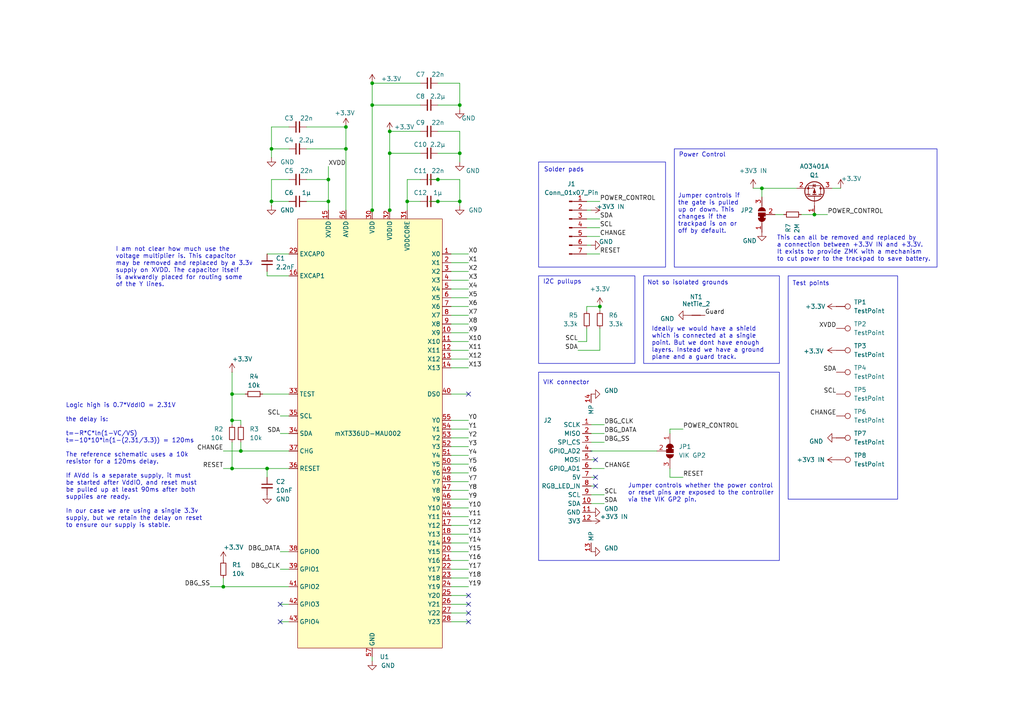
<source format=kicad_sch>
(kicad_sch (version 20231120) (generator "eeschema") (generator_version "8.0")
  (paper "A4")
  (title_block (title "Procyon") (date "2024-10-12") (rev "1") (company "George Norton"))
  (lib_symbols
    (symbol "Connector:Conn_01x07_Pin" (pin_names (offset 1.016) hide)
      (property "Reference" "J" (at 0 10.16 0))
      (property "Value" "Conn_01x07_Pin" (at 0 -10.16 0))
      (symbol "Conn_01x07_Pin_1_1"
        (polyline (pts (xy 1.27 -7.62) (xy 0.8636 -7.62)) (stroke (width 0.1524)))
        (polyline (pts (xy 1.27 -5.08) (xy 0.8636 -5.08)) (stroke (width 0.1524)))
        (polyline (pts (xy 1.27 -2.54) (xy 0.8636 -2.54)) (stroke (width 0.1524)))
        (polyline (pts (xy 1.27 0) (xy 0.8636 0)) (stroke (width 0.1524)))
        (polyline (pts (xy 1.27 2.54) (xy 0.8636 2.54)) (stroke (width 0.1524)))
        (polyline (pts (xy 1.27 5.08) (xy 0.8636 5.08)) (stroke (width 0.1524)))
        (polyline (pts (xy 1.27 7.62) (xy 0.8636 7.62)) (stroke (width 0.1524)))
        (rectangle (start 0.8636 -7.493) (end 0 -7.747) (stroke (width 0.1524)) (fill (type outline)))
        (rectangle (start 0.8636 -4.953) (end 0 -5.207) (stroke (width 0.1524)) (fill (type outline)))
        (rectangle (start 0.8636 -2.413) (end 0 -2.667) (stroke (width 0.1524)) (fill (type outline)))
        (rectangle (start 0.8636 0.127) (end 0 -0.127) (stroke (width 0.1524)) (fill (type outline)))
        (rectangle (start 0.8636 2.667) (end 0 2.413) (stroke (width 0.1524)) (fill (type outline)))
        (rectangle (start 0.8636 5.207) (end 0 4.953) (stroke (width 0.1524)) (fill (type outline)))
        (rectangle (start 0.8636 7.747) (end 0 7.493) (stroke (width 0.1524)) (fill (type outline)))
        (pin passive line (at 5.08 7.62 180) (length 3.81) (name "Pin_1") (number "1"))
        (pin passive line (at 5.08 5.08 180) (length 3.81) (name "Pin_2") (number "2"))
        (pin passive line (at 5.08 2.54 180) (length 3.81) (name "Pin_3") (number "3"))
        (pin passive line (at 5.08 0 180) (length 3.81) (name "Pin_4") (number "4"))
        (pin passive line (at 5.08 -2.54 180) (length 3.81) (name "Pin_5") (number "5"))
        (pin passive line (at 5.08 -5.08 180) (length 3.81) (name "Pin_6") (number "6"))
        (pin passive line (at 5.08 -7.62 180) (length 3.81) (name "Pin_7") (number "7"))
      )
    )
    (symbol "Connector:TestPoint" (pin_numbers hide) (pin_names (offset 0.762) hide)
      (property "Reference" "TP" (at 0 6.858 0))
      (property "Value" "TestPoint" (at 0 5.08 0))
      (symbol "TestPoint_0_1"
        (circle (center 0 3.302) (radius 0.762))
      )
      (symbol "TestPoint_1_1"
        (pin passive line (at 0 0 90) (length 2.54) (name "1") (number "1"))
      )
    )
    (symbol "Device:C_Small" (pin_numbers hide) (pin_names (offset 0.254) hide)
      (property "Reference" "C" (at 0.254 1.778 0))
      (property "Value" "C_Small" (at 0.254 -2.032 0))
      (symbol "C_Small_0_1"
        (polyline (pts (xy -1.524 -0.508) (xy 1.524 -0.508)) (stroke (width 0.3302)))
        (polyline (pts (xy -1.524 0.508) (xy 1.524 0.508)) (stroke (width 0.3048)))
      )
      (symbol "C_Small_1_1"
        (pin passive line (at 0 2.54 270) (length 2.032) (name "~") (number "1"))
        (pin passive line (at 0 -2.54 90) (length 2.032) (name "~") (number "2"))
      )
    )
    (symbol "Device:NetTie_2" (pin_numbers hide) (pin_names (offset 0) hide) (in_bom no)
      (property "Reference" "NT" (at 0 1.27 0))
      (property "Value" "NetTie_2" (at 0 -1.27 0))
      (symbol "NetTie_2_0_1"
        (polyline (pts (xy -1.27 0) (xy 1.27 0)) (stroke (width 0.254)))
      )
      (symbol "NetTie_2_1_1"
        (pin passive line (at -2.54 0 0) (length 2.54) (name "1") (number "1"))
        (pin passive line (at 2.54 0 180) (length 2.54) (name "2") (number "2"))
      )
    )
    (symbol "Device:R_Small" (pin_numbers hide) (pin_names (offset 0.254) hide)
      (property "Reference" "R" (at 0.762 0.508 0))
      (property "Value" "R_Small" (at 0.762 -1.016 0))
      (symbol "R_Small_0_1"
        (rectangle (start -0.762 1.778) (end 0.762 -1.778) (stroke (width 0.2032)))
      )
      (symbol "R_Small_1_1"
        (pin passive line (at 0 2.54 270) (length 0.762) (name "~") (number "1"))
        (pin passive line (at 0 -2.54 90) (length 0.762) (name "~") (number "2"))
      )
    )
    (symbol "Jumper:SolderJumper_3_Bridged12" (pin_names (offset 0) hide) (exclude_from_sim yes) (in_bom no)
      (property "Reference" "JP" (at -2.54 -2.54 0))
      (property "Value" "SolderJumper_3_Bridged12" (at 0 2.794 0))
      (symbol "SolderJumper_3_Bridged12_0_1"
        (rectangle (start -1.016 0.508) (end -0.508 -0.508) (fill (type outline)))
        (arc (start -1.016 1.016) (mid -2.0276 0) (end -1.016 -1.016))
        (arc (start -1.016 1.016) (mid -2.0276 0) (end -1.016 -1.016) (fill (type outline)))
        (rectangle (start -0.508 1.016) (end 0.508 -1.016) (fill (type outline)))
        (polyline (pts (xy -2.54 0) (xy -2.032 0)))
        (polyline (pts (xy -1.016 1.016) (xy -1.016 -1.016)))
        (polyline (pts (xy 0 -1.27) (xy 0 -1.016)))
        (polyline (pts (xy 1.016 1.016) (xy 1.016 -1.016)))
        (polyline (pts (xy 2.54 0) (xy 2.032 0)))
        (arc (start 1.016 -1.016) (mid 2.0276 0) (end 1.016 1.016))
        (arc (start 1.016 -1.016) (mid 2.0276 0) (end 1.016 1.016) (fill (type outline)))
      )
      (symbol "SolderJumper_3_Bridged12_1_1"
        (pin passive line (at -5.08 0 0) (length 2.54) (name "A") (number "1"))
        (pin passive line (at 0 -3.81 90) (length 2.54) (name "C") (number "2"))
        (pin passive line (at 5.08 0 180) (length 2.54) (name "B") (number "3"))
      )
    )
    (symbol "MaxTouch:mXT336UD-MAU002"
      (property "Reference" "U1" (at 2.1941 -64.77 0))
      (property "Value" "mXT336UD-MAU002" (at -1.27 0 0))
      (symbol "mXT336UD-MAU002_1_1"
        (rectangle (start -21.59 62.23) (end 20.32 -62.23) (fill (type background)))
        (pin passive line (at 22.86 52.07 180) (length 2.54) (name "X0") (number "1"))
        (pin passive line (at 22.86 29.21 180) (length 2.54) (name "X9") (number "10"))
        (pin passive line (at 22.86 26.67 180) (length 2.54) (name "X10") (number "11"))
        (pin passive line (at 22.86 24.13 180) (length 2.54) (name "X11") (number "12"))
        (pin passive line (at 22.86 21.59 180) (length 2.54) (name "X12") (number "13"))
        (pin passive line (at 22.86 19.05 180) (length 2.54) (name "X13") (number "14"))
        (pin power_in line (at -12.7 64.77 270) (length 2.54) (name "XVDD") (number "15"))
        (pin power_in line (at -24.13 45.72 0) (length 2.54) (name "EXCAP1") (number "16"))
        (pin passive line (at 22.86 -26.67 180) (length 2.54) (name "Y12") (number "17"))
        (pin passive line (at 22.86 -29.21 180) (length 2.54) (name "Y13") (number "18"))
        (pin passive line (at 22.86 -31.75 180) (length 2.54) (name "Y14") (number "19"))
        (pin passive line (at 22.86 49.53 180) (length 2.54) (name "X1") (number "2"))
        (pin passive line (at 22.86 -34.29 180) (length 2.54) (name "Y15") (number "20"))
        (pin passive line (at 22.86 -36.83 180) (length 2.54) (name "Y16") (number "21"))
        (pin passive line (at 22.86 -39.37 180) (length 2.54) (name "Y17") (number "22"))
        (pin passive line (at 22.86 -41.91 180) (length 2.54) (name "Y18") (number "23"))
        (pin passive line (at 22.86 -44.45 180) (length 2.54) (name "Y19") (number "24"))
        (pin passive line (at 22.86 -46.99 180) (length 2.54) (name "Y20") (number "25"))
        (pin passive line (at 22.86 -49.53 180) (length 2.54) (name "Y21") (number "26"))
        (pin passive line (at 22.86 -52.07 180) (length 2.54) (name "Y22") (number "27"))
        (pin passive line (at 22.86 -54.61 180) (length 2.54) (name "Y23") (number "28"))
        (pin power_in line (at -24.13 52.07 0) (length 2.54) (name "EXCAP0") (number "29"))
        (pin passive line (at 22.86 46.99 180) (length 2.54) (name "X2") (number "3"))
        (pin power_in line (at 0 64.77 270) (length 2.54) (name "VDD") (number "30"))
        (pin power_in line (at 10.16 64.77 270) (length 2.54) (name "VDDCORE") (number "31"))
        (pin power_in line (at 5.08 64.77 270) (length 2.54) (name "VDDIO") (number "32"))
        (pin unspecified line (at -24.13 11.43 0) (length 2.54) (name "TEST") (number "33"))
        (pin bidirectional line (at -24.13 0 0) (length 2.54) (name "SDA") (number "34"))
        (pin input line (at -24.13 5.08 0) (length 2.54) (name "SCL") (number "35"))
        (pin input line (at -24.13 -10.16 0) (length 2.54) (name "RESET") (number "36"))
        (pin output line (at -24.13 -5.08 0) (length 2.54) (name "CHG") (number "37"))
        (pin bidirectional line (at -24.13 -34.29 0) (length 2.54) (name "GPIO0") (number "38"))
        (pin bidirectional line (at -24.13 -39.37 0) (length 2.54) (name "GPIO1") (number "39"))
        (pin passive line (at 22.86 44.45 180) (length 2.54) (name "X3") (number "4"))
        (pin output line (at 22.86 11.43 180) (length 2.54) (name "DS0") (number "40"))
        (pin bidirectional line (at -24.13 -44.45 0) (length 2.54) (name "GPIO2") (number "41"))
        (pin bidirectional line (at -24.13 -49.53 0) (length 2.54) (name "GPIO3") (number "42"))
        (pin bidirectional line (at -24.13 -54.61 0) (length 2.54) (name "GPIO4") (number "43"))
        (pin passive line (at 22.86 -24.13 180) (length 2.54) (name "Y11") (number "44"))
        (pin passive line (at 22.86 -21.59 180) (length 2.54) (name "Y10") (number "45"))
        (pin passive line (at 22.86 -19.05 180) (length 2.54) (name "Y9") (number "46"))
        (pin passive line (at 22.86 -16.51 180) (length 2.54) (name "Y8") (number "47"))
        (pin passive line (at 22.86 -13.97 180) (length 2.54) (name "Y7") (number "48"))
        (pin passive line (at 22.86 -11.43 180) (length 2.54) (name "Y6") (number "49"))
        (pin passive line (at 22.86 41.91 180) (length 2.54) (name "X4") (number "5"))
        (pin passive line (at 22.86 -8.89 180) (length 2.54) (name "Y5") (number "50"))
        (pin passive line (at 22.86 -6.35 180) (length 2.54) (name "Y4") (number "51"))
        (pin passive line (at 22.86 -3.81 180) (length 2.54) (name "Y3") (number "52"))
        (pin passive line (at 22.86 -1.27 180) (length 2.54) (name "Y2") (number "53"))
        (pin passive line (at 22.86 1.27 180) (length 2.54) (name "Y1") (number "54"))
        (pin passive line (at 22.86 3.81 180) (length 2.54) (name "Y0") (number "55"))
        (pin power_in line (at -7.62 64.77 270) (length 2.54) (name "AVDD") (number "56"))
        (pin power_in line (at 0 -64.77 90) (length 2.54) (name "GND") (number "57"))
        (pin passive line (at 22.86 39.37 180) (length 2.54) (name "X5") (number "6"))
        (pin passive line (at 22.86 36.83 180) (length 2.54) (name "X6") (number "7"))
        (pin passive line (at 22.86 34.29 180) (length 2.54) (name "X7") (number "8"))
        (pin passive line (at 22.86 31.75 180) (length 2.54) (name "X8") (number "9"))
      )
    )
    (symbol "MaxTouch:vik-module-connector"
      (property "Reference" "J2" (at 11.43 15.24 0))
      (property "Value" "~" (at 0 6.35 0))
      (symbol "vik-module-connector_1_1"
        (pin input line (at 0 13.97 0) (length 2.54) (name "SCLK") (number "1"))
        (pin input line (at 0 -8.89 0) (length 2.54) (name "SDA") (number "10"))
        (pin power_in line (at 0 -11.43 0) (length 2.54) (name "GND") (number "11"))
        (pin power_in line (at 0 -13.97 0) (length 2.54) (name "3V3") (number "12"))
        (pin free line (at 0 -22.86 90) (length 2.54) (name "MP") (number "13"))
        (pin free line (at 0 22.86 270) (length 2.54) (name "MP") (number "14"))
        (pin input line (at 0 11.43 0) (length 2.54) (name "MISO") (number "2"))
        (pin input line (at 0 8.89 0) (length 2.54) (name "SPI_CS") (number "3"))
        (pin input line (at 0 6.35 0) (length 2.54) (name "GPIO_AD2") (number "4"))
        (pin input line (at 0 3.81 0) (length 2.54) (name "MOSI") (number "5"))
        (pin input line (at 0 1.27 0) (length 2.54) (name "GPIO_AD1") (number "6"))
        (pin power_in line (at 0 -1.27 0) (length 2.54) (name "5V") (number "7"))
        (pin input line (at 0 -3.81 0) (length 2.54) (name "RGB_LED_IN") (number "8"))
        (pin input line (at 0 -6.35 0) (length 2.54) (name "SCL") (number "9"))
      )
    )
    (symbol "Transistor_FET:AO3401A" (pin_names hide)
      (property "Reference" "Q" (at 5.08 1.905 0))
      (property "Value" "AO3401A" (at 5.08 0 0))
      (symbol "AO3401A_0_1"
        (polyline (pts (xy 0.254 0) (xy -2.54 0)))
        (polyline (pts (xy 0.254 1.905) (xy 0.254 -1.905)) (stroke (width 0.254)))
        (polyline (pts (xy 0.762 -1.27) (xy 0.762 -2.286)) (stroke (width 0.254)))
        (polyline (pts (xy 0.762 0.508) (xy 0.762 -0.508)) (stroke (width 0.254)))
        (polyline (pts (xy 0.762 2.286) (xy 0.762 1.27)) (stroke (width 0.254)))
        (polyline (pts (xy 2.54 2.54) (xy 2.54 1.778)))
        (polyline (pts (xy 2.54 -2.54) (xy 2.54 0) (xy 0.762 0)))
        (polyline (pts (xy 0.762 1.778) (xy 3.302 1.778) (xy 3.302 -1.778) (xy 0.762 -1.778)))
        (polyline (pts (xy 2.286 0) (xy 1.27 0.381) (xy 1.27 -0.381) (xy 2.286 0)) (fill (type outline)))
        (polyline (pts (xy 2.794 -0.508) (xy 2.921 -0.381) (xy 3.683 -0.381) (xy 3.81 -0.254)))
        (polyline (pts (xy 3.302 -0.381) (xy 2.921 0.254) (xy 3.683 0.254) (xy 3.302 -0.381)))
        (circle (center 1.651 0) (radius 2.794) (stroke (width 0.254)))
        (circle (center 2.54 -1.778) (radius 0.254) (fill (type outline)))
        (circle (center 2.54 1.778) (radius 0.254) (fill (type outline)))
      )
      (symbol "AO3401A_1_1"
        (pin input line (at -5.08 0 0) (length 2.54) (name "G") (number "1"))
        (pin passive line (at 2.54 -5.08 90) (length 2.54) (name "S") (number "2"))
        (pin passive line (at 2.54 5.08 270) (length 2.54) (name "D") (number "3"))
      )
    )
    (symbol "power:+3V3" (power) (pin_numbers hide) (pin_names (offset 0) hide)
      (property "Value" "+3V3" (at 0 3.556 0))
      (symbol "+3V3_0_1"
        (polyline (pts (xy -0.762 1.27) (xy 0 2.54)))
        (polyline (pts (xy 0 0) (xy 0 2.54)))
        (polyline (pts (xy 0 2.54) (xy 0.762 1.27)))
      )
      (symbol "+3V3_1_1"
        (pin power_in line (at 0 0 90) (length 0) (name "~") (number "1"))
      )
    )
    (symbol "power:GND2" (power) (pin_numbers hide) (pin_names (offset 0) hide)
      (property "Value" "GND2" (at 0 -3.81 0))
      (symbol "GND2_0_1"
        (polyline (pts (xy 0 0) (xy 0 -1.27) (xy 1.27 -1.27) (xy 0 -2.54) (xy -1.27 -1.27) (xy 0 -1.27)))
      )
      (symbol "GND2_1_1"
        (pin power_in line (at 0 0 270) (length 0) (name "~") (number "1"))
      )
    )
  )
  (junction (at 236.22 62.23))
  (junction (at 133.35 44.45))
  (junction (at 67.31 121.92))
  (junction (at 67.31 114.3))
  (junction (at 78.74 58.42))
  (junction (at 67.31 135.89))
  (junction (at 113.03 60.96))
  (junction (at 127 52.07))
  (junction (at 95.25 58.42))
  (junction (at 107.95 24.13))
  (junction (at 113.03 44.45))
  (junction (at 100.33 36.83))
  (junction (at 77.47 135.89))
  (junction (at 173.99 88.9))
  (junction (at 100.33 43.18))
  (junction (at 113.03 38.1))
  (junction (at 69.85 130.81))
  (junction (at 95.25 52.07))
  (junction (at 127 58.42))
  (junction (at 107.95 30.48))
  (junction (at 220.98 54.61))
  (junction (at 133.35 30.48))
  (junction (at 133.35 58.42))
  (junction (at 78.74 43.18))
  (junction (at 107.95 60.96))
  (junction (at 64.77 170.18))
  (junction (at 118.11 58.42))
  (no_connect (at 135.89 114.3))
  (no_connect (at 172.72 138.43))
  (no_connect (at 135.89 177.8))
  (no_connect (at 81.28 180.34))
  (no_connect (at 172.72 133.35))
  (no_connect (at 172.72 140.97))
  (no_connect (at 135.89 175.26))
  (no_connect (at 135.89 172.72))
  (no_connect (at 81.28 175.26))
  (no_connect (at 135.89 180.34))
  (wire (pts (xy 130.81 177.8) (xy 135.89 177.8)))
  (wire (pts (xy 107.95 62.23) (xy 107.95 60.96)))
  (wire (pts (xy 130.81 132.08) (xy 135.89 132.08)))
  (wire (pts (xy 130.81 144.78) (xy 135.89 144.78)))
  (wire (pts (xy 173.99 58.42) (xy 170.18 58.42)))
  (wire (pts (xy 100.33 36.83) (xy 88.9 36.83)))
  (wire (pts (xy 95.25 52.07) (xy 88.9 52.07)))
  (wire (pts (xy 76.2 114.3) (xy 83.82 114.3)))
  (wire (pts (xy 130.81 101.6) (xy 135.89 101.6)))
  (wire (pts (xy 130.81 83.82) (xy 135.89 83.82)))
  (wire (pts (xy 127 44.45) (xy 133.35 44.45)))
  (wire (pts (xy 130.81 91.44) (xy 135.89 91.44)))
  (wire (pts (xy 130.81 147.32) (xy 135.89 147.32)))
  (wire (pts (xy 175.26 123.19) (xy 171.45 123.19)))
  (wire (pts (xy 127 58.42) (xy 133.35 58.42)))
  (wire (pts (xy 130.81 167.64) (xy 135.89 167.64)))
  (wire (pts (xy 81.28 160.02) (xy 83.82 160.02)))
  (wire (pts (xy 171.45 143.51) (xy 175.26 143.51)))
  (wire (pts (xy 130.81 139.7) (xy 135.89 139.7)))
  (wire (pts (xy 69.85 123.19) (xy 69.85 121.92)))
  (wire (pts (xy 133.35 30.48) (xy 133.35 31.75)))
  (wire (pts (xy 170.18 90.17) (xy 170.18 88.9)))
  (wire (pts (xy 83.82 52.07) (xy 78.74 52.07)))
  (wire (pts (xy 67.31 121.92) (xy 67.31 123.19)))
  (wire (pts (xy 67.31 114.3) (xy 71.12 114.3)))
  (wire (pts (xy 236.22 62.23) (xy 240.03 62.23)))
  (wire (pts (xy 95.25 60.96) (xy 95.25 58.42)))
  (wire (pts (xy 198.12 138.43) (xy 194.31 138.43)))
  (wire (pts (xy 107.95 30.48) (xy 121.92 30.48)))
  (wire (pts (xy 133.35 24.13) (xy 133.35 30.48)))
  (wire (pts (xy 173.99 88.9) (xy 173.99 90.17)))
  (wire (pts (xy 95.25 58.42) (xy 95.25 52.07)))
  (wire (pts (xy 100.33 43.18) (xy 100.33 60.96)))
  (wire (pts (xy 130.81 157.48) (xy 135.89 157.48)))
  (wire (pts (xy 194.31 124.46) (xy 194.31 125.73)))
  (wire (pts (xy 107.95 30.48) (xy 107.95 24.13)))
  (wire (pts (xy 113.03 62.23) (xy 113.03 60.96)))
  (wire (pts (xy 232.41 62.23) (xy 236.22 62.23)))
  (wire (pts (xy 69.85 130.81) (xy 69.85 128.27)))
  (wire (pts (xy 78.74 36.83) (xy 78.74 43.18)))
  (wire (pts (xy 133.35 58.42) (xy 133.35 59.69)))
  (wire (pts (xy 113.03 38.1) (xy 121.92 38.1)))
  (wire (pts (xy 113.03 44.45) (xy 121.92 44.45)))
  (wire (pts (xy 130.81 124.46) (xy 135.89 124.46)))
  (wire (pts (xy 127 52.07) (xy 133.35 52.07)))
  (wire (pts (xy 133.35 44.45) (xy 133.35 46.99)))
  (wire (pts (xy 118.11 52.07) (xy 121.92 52.07)))
  (wire (pts (xy 107.95 191.77) (xy 107.95 190.5)))
  (wire (pts (xy 130.81 78.74) (xy 135.89 78.74)))
  (wire (pts (xy 130.81 172.72) (xy 135.89 172.72)))
  (wire (pts (xy 170.18 68.58) (xy 173.99 68.58)))
  (wire (pts (xy 67.31 114.3) (xy 67.31 121.92)))
  (wire (pts (xy 78.74 58.42) (xy 83.82 58.42)))
  (wire (pts (xy 130.81 127) (xy 135.89 127)))
  (wire (pts (xy 64.77 130.81) (xy 69.85 130.81)))
  (wire (pts (xy 171.45 125.73) (xy 175.26 125.73)))
  (wire (pts (xy 127 30.48) (xy 133.35 30.48)))
  (wire (pts (xy 173.99 101.6) (xy 173.99 95.25)))
  (wire (pts (xy 77.47 80.01) (xy 77.47 78.74)))
  (wire (pts (xy 130.81 162.56) (xy 135.89 162.56)))
  (wire (pts (xy 130.81 73.66) (xy 135.89 73.66)))
  (wire (pts (xy 130.81 142.24) (xy 135.89 142.24)))
  (wire (pts (xy 172.72 133.35) (xy 171.45 133.35)))
  (wire (pts (xy 172.72 140.97) (xy 171.45 140.97)))
  (wire (pts (xy 130.81 160.02) (xy 135.89 160.02)))
  (wire (pts (xy 133.35 52.07) (xy 133.35 58.42)))
  (wire (pts (xy 130.81 134.62) (xy 135.89 134.62)))
  (wire (pts (xy 81.28 175.26) (xy 83.82 175.26)))
  (wire (pts (xy 107.95 24.13) (xy 121.92 24.13)))
  (wire (pts (xy 130.81 152.4) (xy 135.89 152.4)))
  (wire (pts (xy 81.28 180.34) (xy 83.82 180.34)))
  (wire (pts (xy 88.9 58.42) (xy 95.25 58.42)))
  (wire (pts (xy 113.03 44.45) (xy 113.03 38.1)))
  (wire (pts (xy 78.74 52.07) (xy 78.74 58.42)))
  (wire (pts (xy 227.33 62.23) (xy 224.79 62.23)))
  (wire (pts (xy 220.98 57.15) (xy 220.98 54.61)))
  (wire (pts (xy 130.81 93.98) (xy 135.89 93.98)))
  (wire (pts (xy 130.81 137.16) (xy 135.89 137.16)))
  (wire (pts (xy 170.18 99.06) (xy 170.18 95.25)))
  (wire (pts (xy 170.18 63.5) (xy 173.99 63.5)))
  (wire (pts (xy 100.33 36.83) (xy 100.33 43.18)))
  (wire (pts (xy 113.03 44.45) (xy 113.03 60.96)))
  (wire (pts (xy 64.77 135.89) (xy 67.31 135.89)))
  (wire (pts (xy 118.11 60.96) (xy 118.11 58.42)))
  (wire (pts (xy 218.44 54.61) (xy 220.98 54.61)))
  (wire (pts (xy 60.96 170.18) (xy 64.77 170.18)))
  (wire (pts (xy 83.82 125.73) (xy 81.28 125.73)))
  (wire (pts (xy 88.9 43.18) (xy 100.33 43.18)))
  (wire (pts (xy 130.81 180.34) (xy 135.89 180.34)))
  (wire (pts (xy 130.81 154.94) (xy 135.89 154.94)))
  (wire (pts (xy 77.47 135.89) (xy 77.47 138.43)))
  (wire (pts (xy 130.81 170.18) (xy 135.89 170.18)))
  (wire (pts (xy 95.25 48.26) (xy 95.25 52.07)))
  (wire (pts (xy 167.64 101.6) (xy 173.99 101.6)))
  (wire (pts (xy 130.81 149.86) (xy 135.89 149.86)))
  (wire (pts (xy 170.18 88.9) (xy 173.99 88.9)))
  (wire (pts (xy 167.64 99.06) (xy 170.18 99.06)))
  (wire (pts (xy 171.45 146.05) (xy 175.26 146.05)))
  (wire (pts (xy 124.46 52.07) (xy 127 52.07)))
  (wire (pts (xy 67.31 128.27) (xy 67.31 135.89)))
  (wire (pts (xy 130.81 106.68) (xy 135.89 106.68)))
  (wire (pts (xy 77.47 73.66) (xy 83.82 73.66)))
  (wire (pts (xy 78.74 43.18) (xy 78.74 45.72)))
  (wire (pts (xy 130.81 129.54) (xy 135.89 129.54)))
  (wire (pts (xy 171.45 60.96) (xy 170.18 60.96)))
  (wire (pts (xy 130.81 88.9) (xy 135.89 88.9)))
  (wire (pts (xy 130.81 175.26) (xy 135.89 175.26)))
  (wire (pts (xy 198.12 124.46) (xy 194.31 124.46)))
  (wire (pts (xy 130.81 99.06) (xy 135.89 99.06)))
  (wire (pts (xy 127 24.13) (xy 133.35 24.13)))
  (wire (pts (xy 172.72 138.43) (xy 171.45 138.43)))
  (wire (pts (xy 190.5 130.81) (xy 171.45 130.81)))
  (wire (pts (xy 220.98 54.61) (xy 231.14 54.61)))
  (wire (pts (xy 83.82 36.83) (xy 78.74 36.83)))
  (wire (pts (xy 130.81 76.2) (xy 135.89 76.2)))
  (wire (pts (xy 118.11 58.42) (xy 121.92 58.42)))
  (wire (pts (xy 81.28 165.1) (xy 83.82 165.1)))
  (wire (pts (xy 130.81 114.3) (xy 135.89 114.3)))
  (wire (pts (xy 243.84 54.61) (xy 241.3 54.61)))
  (wire (pts (xy 118.11 58.42) (xy 118.11 52.07)))
  (wire (pts (xy 130.81 104.14) (xy 135.89 104.14)))
  (wire (pts (xy 78.74 58.42) (xy 78.74 59.69)))
  (wire (pts (xy 130.81 165.1) (xy 135.89 165.1)))
  (wire (pts (xy 194.31 138.43) (xy 194.31 135.89)))
  (wire (pts (xy 175.26 128.27) (xy 171.45 128.27)))
  (wire (pts (xy 67.31 107.95) (xy 67.31 114.3)))
  (wire (pts (xy 83.82 120.65) (xy 81.28 120.65)))
  (wire (pts (xy 69.85 121.92) (xy 67.31 121.92)))
  (wire (pts (xy 64.77 167.64) (xy 64.77 170.18)))
  (wire (pts (xy 130.81 81.28) (xy 135.89 81.28)))
  (wire (pts (xy 67.31 135.89) (xy 77.47 135.89)))
  (wire (pts (xy 171.45 71.12) (xy 170.18 71.12)))
  (wire (pts (xy 64.77 170.18) (xy 83.82 170.18)))
  (wire (pts (xy 83.82 80.01) (xy 77.47 80.01)))
  (wire (pts (xy 171.45 135.89) (xy 175.26 135.89)))
  (wire (pts (xy 130.81 86.36) (xy 135.89 86.36)))
  (wire (pts (xy 83.82 43.18) (xy 78.74 43.18)))
  (wire (pts (xy 130.81 121.92) (xy 135.89 121.92)))
  (wire (pts (xy 173.99 73.66) (xy 170.18 73.66)))
  (wire (pts (xy 133.35 38.1) (xy 133.35 44.45)))
  (wire (pts (xy 170.18 66.04) (xy 173.99 66.04)))
  (wire (pts (xy 130.81 96.52) (xy 135.89 96.52)))
  (wire (pts (xy 107.95 30.48) (xy 107.95 60.96)))
  (wire (pts (xy 69.85 130.81) (xy 83.82 130.81)))
  (wire (pts (xy 124.46 58.42) (xy 127 58.42)))
  (wire (pts (xy 127 38.1) (xy 133.35 38.1)))
  (wire (pts (xy 77.47 135.89) (xy 83.82 135.89)))
  (rectangle (start 156.21 46.99) (end 193.04 77.47))
  (rectangle (start 186.69 80.01) (end 226.06 105.41))
  (rectangle (start 195.58 43.18) (end 271.78 77.47))
  (rectangle (start 156.21 107.95) (end 226.06 162.56))
  (rectangle (start 228.6 80.01) (end 260.35 144.78))
  (rectangle (start 156.21 80.01) (end 184.15 105.41))
  (text "I am not clear how much use the\nvoltage multiplier is. This capacitor\nmay be removed and replaced by a 3.3v\nsupply on XVDD. The capacitor itself\nis awkwardly placed for routing some\nof the Y lines." (at 33.528 77.47 0) (effects (font (size 1.27 1.27)) (justify left)))
  (text "Logic high is 0.7*VddIO = 2.31V\n\nthe delay is:\n\nt=-R*C*ln(1-VC/VS)\nt=-10*10*ln(1-(2.31/3.3)) = 120ms\n\nThe reference schematic uses a 10k\nresistor for a 120ms delay.\n\nIf AVdd is a separate supply, it must\nbe started after VddIO, and reset must\nbe pulled up at least 90ms after both\nsupplies are ready.\n\nIn our case we are using a single 3.3v\nsupply, but we retain the delay on reset\nto ensure our supply is stable." (at 19.05 153.162 0) (effects (font (size 1.27 1.27)) (justify left bottom)))
  (text "Jumper controls if\nthe gate is pulled\nup or down. This\nchanges if the\ntrackpad is on or\noff by default." (at 196.596 61.976 0) (effects (font (size 1.27 1.27)) (justify left)))
  (text "Solder pads" (at 157.734 50.038 0) (effects (font (size 1.27 1.27)) (justify left bottom)))
  (text "This can all be removed and replaced by\na connection between +3.3V IN and +3.3V.\nIt exists to provide ZMK with a mechanism\nto cut power to the trackpad to save battery." (at 225.298 72.136 0) (effects (font (size 1.27 1.27)) (justify left)))
  (text "I2C pullups" (at 157.48 82.55 0) (effects (font (size 1.27 1.27)) (justify left bottom)))
  (text "Jumper controls whether the power control\nor reset pins are exposed to the controller\nvia the VIK GP2 pin." (at 182.118 143.002 0) (effects (font (size 1.27 1.27)) (justify left)))
  (text "Not so isolated grounds" (at 187.706 82.804 0) (effects (font (size 1.27 1.27)) (justify left bottom)))
  (text "Power Control" (at 196.85 45.72 0) (effects (font (size 1.27 1.27)) (justify left bottom)))
  (text "VIK connector" (at 157.48 111.76 0) (effects (font (size 1.27 1.27)) (justify left bottom)))
  (text "Ideally we would have a shield\nwhich is connected at a single\npoint. But we dont have enough\nlayers. Instead we have a ground\nplane and a guard track." (at 188.976 99.568 0) (effects (font (size 1.27 1.27)) (justify left)))
  (text "Test points" (at 235.204 82.296 0) (effects (font (size 1.27 1.27))))
  (label "POWER_CONTROL" (at 198.12 124.46 0))
  (label "Y11" (at 135.89 149.86 0))
  (label "Y18" (at 135.89 167.64 0))
  (label "X0" (at 135.89 73.66 0))
  (label "Y2" (at 135.89 127 0))
  (label "X9" (at 135.89 96.52 0))
  (label "SCL" (at 81.28 120.65 180))
  (label "SCL" (at 175.26 143.51 0))
  (label "Y4" (at 135.89 132.08 0))
  (label "POWER_CONTROL" (at 240.03 62.23 0))
  (label "X6" (at 135.89 88.9 0))
  (label "X3" (at 135.89 81.28 0))
  (label "DBG_SS" (at 175.26 128.27 0))
  (label "RESET" (at 198.12 138.43 0))
  (label "SCL" (at 173.99 66.04 0))
  (label "Y15" (at 135.89 160.02 0))
  (label "SDA" (at 167.64 101.6 180))
  (label "SDA" (at 175.26 146.05 0))
  (label "SDA" (at 81.28 125.73 180))
  (label "X5" (at 135.89 86.36 0))
  (label "Y6" (at 135.89 137.16 0))
  (label "SDA" (at 173.99 63.5 0))
  (label "X2" (at 135.89 78.74 0))
  (label "Y16" (at 135.89 162.56 0))
  (label "RESET" (at 64.77 135.89 180))
  (label "X11" (at 135.89 101.6 0))
  (label "Y0" (at 135.89 121.92 0))
  (label "Y19" (at 135.89 170.18 0))
  (label "CHANGE" (at 242.57 120.65 180))
  (label "POWER_CONTROL" (at 173.99 58.42 0))
  (label "CHANGE" (at 175.26 135.89 0))
  (label "X7" (at 135.89 91.44 0))
  (label "Y7" (at 135.89 139.7 0))
  (label "DBG_CLK" (at 175.26 123.19 0))
  (label "Y1" (at 135.89 124.46 0))
  (label "X10" (at 135.89 99.06 0))
  (label "SDA" (at 242.57 107.95 180))
  (label "SCL" (at 167.64 99.06 180))
  (label "DBG_SS" (at 60.96 170.18 180))
  (label "Guard" (at 204.47 91.44 0))
  (label "X8" (at 135.89 93.98 0))
  (label "Y12" (at 135.89 152.4 0))
  (label "CHANGE" (at 64.77 130.81 180))
  (label "Y9" (at 135.89 144.78 0))
  (label "Y3" (at 135.89 129.54 0))
  (label "DBG_DATA" (at 81.28 160.02 180))
  (label "XVDD" (at 95.25 48.26 0))
  (label "XVDD" (at 242.57 95.25 180))
  (label "RESET" (at 173.99 73.66 0))
  (label "SCL" (at 242.57 114.3 180))
  (label "Y13" (at 135.89 154.94 0))
  (label "Y14" (at 135.89 157.48 0))
  (label "DBG_DATA" (at 175.26 125.73 0))
  (label "X12" (at 135.89 104.14 0))
  (label "X13" (at 135.89 106.68 0))
  (label "Y5" (at 135.89 134.62 0))
  (label "Y17" (at 135.89 165.1 0))
  (label "X1" (at 135.89 76.2 0))
  (label "CHANGE" (at 173.99 68.58 0))
  (label "Y8" (at 135.89 142.24 0))
  (label "DBG_CLK" (at 81.28 165.1 180))
  (label "Y10" (at 135.89 147.32 0))
  (label "X4" (at 135.89 83.82 0))
  (symbol (lib_id "Connector:TestPoint") (at 242.57 120.65 270) (unit 1)
    (property "Reference" "TP6" (at 247.65 119.3799 90) (effects (justify left)))
    (property "Value" "TestPoint" (at 247.65 121.9199 90) (effects (justify left)))
    (property "Footprint" "TestPoint:TestPoint_Pad_D1.0mm" (effects (hide yes)))
    (property "Description" "test point" (effects (hide yes)))
  )
  (symbol (lib_id "power:GND2") (at 171.45 148.59 90) (mirror x) (unit 1)
    (property "Reference" "#PWR013" (effects (hide yes)))
    (property "Value" "GND" (at 177.292 147.574 90))
  )
  (symbol (lib_id "Device:R_Small") (at 170.18 92.71 0) (mirror y) (unit 1)
    (property "Reference" "R5" (at 167.64 91.44 0) (effects (justify left)))
    (property "Value" "3.3k" (at 167.64 93.98 0) (effects (justify left)))
    (property "Footprint" "Resistor_SMD:R_0603_1608Metric" (effects (hide yes)))
    (property "LCSC" "C22978" (effects (hide yes)))
  )
  (symbol (lib_id "power:+3V3") (at 64.77 162.56 0) (unit 1)
    (property "Reference" "#PWR01" (effects (hide yes)))
    (property "Value" "+3.3V" (at 64.77 158.75 0) (effects (justify left)))
  )
  (symbol (lib_id "Connector:TestPoint") (at 242.57 107.95 270) (unit 1)
    (property "Reference" "TP4" (at 247.65 106.6799 90) (effects (justify left)))
    (property "Value" "TestPoint" (at 247.65 109.2199 90) (effects (justify left)))
    (property "Footprint" "TestPoint:TestPoint_Pad_D1.0mm" (effects (hide yes)))
    (property "Description" "test point" (effects (hide yes)))
  )
  (symbol (lib_id "Connector:TestPoint") (at 242.57 88.9 270) (unit 1)
    (property "Reference" "TP1" (at 247.65 87.6299 90) (effects (justify left)))
    (property "Value" "TestPoint" (at 247.65 90.1699 90) (effects (justify left)))
    (property "Footprint" "TestPoint:TestPoint_Pad_D1.0mm" (effects (hide yes)))
    (property "Description" "test point" (effects (hide yes)))
  )
  (symbol (lib_id "power:GND2") (at 171.45 71.12 90) (mirror x) (unit 1)
    (property "Reference" "#PWR015" (effects (hide yes)))
    (property "Value" "GND" (at 175.768 70.104 90))
  )
  (symbol (lib_id "Connector:TestPoint") (at 242.57 133.35 270) (unit 1)
    (property "Reference" "TP8" (at 247.65 132.0799 90) (effects (justify left)))
    (property "Value" "TestPoint" (at 247.65 134.6199 90) (effects (justify left)))
    (property "Footprint" "TestPoint:TestPoint_Pad_D1.0mm" (effects (hide yes)))
    (property "Description" "test point" (effects (hide yes)))
  )
  (symbol (lib_id "Device:C_Small") (at 77.47 76.2 180) (unit 1)
    (property "Reference" "C1" (at 80.01 74.9236 0) (effects (justify right)))
    (property "Value" "2.2nF" (at 80.01 77.4636 0) (effects (justify right)))
    (property "Footprint" "Capacitor_SMD:C_0603_1608Metric" (effects (hide yes)))
    (property "LCSC" "C1604" (effects (hide yes)))
  )
  (symbol (lib_id "power:+3V3") (at 242.57 133.35 90) (mirror x) (unit 1)
    (property "Reference" "#PWR027" (effects (hide yes)))
    (property "Value" "+3V3 IN" (at 239.268 133.35 90) (effects (justify left)))
    (property "Description" "Power symbol creates a global label with name \"+3V3\"" (effects (hide yes)))
  )
  (symbol (lib_id "Device:C_Small") (at 124.46 30.48 270) (unit 1)
    (property "Reference" "C8" (at 121.92 27.94 90))
    (property "Value" "2.2µ" (at 127 27.94 90))
    (property "Footprint" "Capacitor_SMD:C_0603_1608Metric" (effects (hide yes)))
    (property "LCSC" "C23630" (effects (hide yes)))
  )
  (symbol (lib_id "Connector:TestPoint") (at 242.57 95.25 270) (unit 1)
    (property "Reference" "TP2" (at 247.65 93.9799 90) (effects (justify left)))
    (property "Value" "TestPoint" (at 247.65 96.5199 90) (effects (justify left)))
    (property "Footprint" "TestPoint:TestPoint_Pad_D1.0mm" (effects (hide yes)))
    (property "Description" "test point" (effects (hide yes)))
  )
  (symbol (lib_id "Device:R_Small") (at 173.99 92.71 0) (unit 1)
    (property "Reference" "R6" (at 176.53 91.44 0) (effects (justify left)))
    (property "Value" "3.3k" (at 176.53 93.98 0) (effects (justify left)))
    (property "Footprint" "Resistor_SMD:R_0603_1608Metric" (effects (hide yes)))
    (property "LCSC" "C22978" (effects (hide yes)))
  )
  (symbol (lib_id "Device:C_Small") (at 86.36 36.83 90) (unit 1)
    (property "Reference" "C3" (at 83.82 34.29 90))
    (property "Value" "22n" (at 88.9 34.29 90))
    (property "Footprint" "Capacitor_SMD:C_0603_1608Metric" (effects (hide yes)))
    (property "LCSC" "C21122" (effects (hide yes)))
  )
  (symbol (lib_id "power:GND2") (at 133.35 46.99 0) (unit 1)
    (property "Reference" "#PWR011" (effects (hide yes)))
    (property "Value" "GND" (at 137.16 49.53 0))
  )
  (symbol (lib_id "MaxTouch:vik-module-connector") (at 171.45 137.16 0) (mirror y) (unit 1)
    (property "Reference" "J2" (at 160.02 121.92 0) (effects (justify left)))
    (property "Value" "~" (at 171.45 130.81 0))
    (property "Footprint" "vik:vik-module-connector-horizontal" (effects (hide yes)))
    (property "LCSC" "C479750" (effects (hide yes)))
  )
  (symbol (lib_id "power:GND2") (at 77.47 143.51 0) (unit 1)
    (property "Reference" "#PWR03" (effects (hide yes)))
    (property "Value" "GND" (at 80.01 144.78 0) (effects (justify left)))
  )
  (symbol (lib_id "power:+3V3") (at 67.31 107.95 0) (unit 1)
    (property "Reference" "#PWR02" (effects (hide yes)))
    (property "Value" "+3.3V" (at 67.31 104.14 0) (effects (justify left)))
  )
  (symbol (lib_id "power:GND2") (at 242.57 127 270) (mirror x) (unit 1)
    (property "Reference" "#PWR026" (effects (hide yes)))
    (property "Value" "GND" (at 236.728 128.016 90))
  )
  (symbol (lib_id "power:+3V3") (at 242.57 101.6 90) (mirror x) (unit 1)
    (property "Reference" "#PWR025" (effects (hide yes)))
    (property "Value" "+3.3V" (at 235.966 101.854 90))
  )
  (symbol (lib_id "Connector:Conn_01x07_Pin") (at 165.1 66.04 0) (unit 1)
    (property "Reference" "J1" (at 165.735 53.34 0))
    (property "Value" "Conn_01x07_Pin" (at 165.735 55.88 0))
    (property "Footprint" "Test Pads:Test Pads" (effects (hide yes)))
    (property "Description" "Generic connector, single row, 01x07, script generated" (effects (hide yes)))
  )
  (symbol (lib_id "Connector:TestPoint") (at 242.57 101.6 270) (unit 1)
    (property "Reference" "TP3" (at 247.65 100.3299 90) (effects (justify left)))
    (property "Value" "TestPoint" (at 247.65 102.8699 90) (effects (justify left)))
    (property "Footprint" "TestPoint:TestPoint_Pad_D1.0mm" (effects (hide yes)))
    (property "Description" "test point" (effects (hide yes)))
  )
  (symbol (lib_id "Device:C_Small") (at 86.36 52.07 270) (unit 1)
    (property "Reference" "C5" (at 83.82 49.53 90))
    (property "Value" "22n" (at 88.9 49.53 90))
    (property "Footprint" "Capacitor_SMD:C_0603_1608Metric" (effects (hide yes)))
    (property "LCSC" "C21122" (effects (hide yes)))
  )
  (symbol (lib_id "power:GND2") (at 220.98 67.31 0) (mirror y) (unit 1)
    (property "Reference" "#PWR023" (effects (hide yes)))
    (property "Value" "GND" (at 217.424 69.85 0))
  )
  (symbol (lib_id "power:+3V3") (at 218.44 54.61 0) (unit 1)
    (property "Reference" "#PWR018" (effects (hide yes)))
    (property "Value" "+3V3 IN" (at 218.44 49.53 0))
    (property "Description" "Power symbol creates a global label with name \"+3V3\"" (effects (hide yes)))
  )
  (symbol (lib_id "power:+3V3") (at 242.57 88.9 90) (mirror x) (unit 1)
    (property "Reference" "#PWR024" (effects (hide yes)))
    (property "Value" "+3.3V" (at 236.474 88.9 90))
  )
  (symbol (lib_id "Jumper:SolderJumper_3_Bridged12") (at 220.98 62.23 90) (unit 1) (exclude_from_sim yes) (in_bom no)
    (property "Reference" "JP2" (at 218.44 60.9599 90) (effects (justify left)))
    (property "Value" "PWR" (effects (hide yes)))
    (property "Footprint" "Jumper:SolderJumper-3_P1.3mm_Bridged12_RoundedPad1.0x1.5mm_NumberLabels" (effects (hide yes)))
    (property "Description" "3-pole Solder Jumper, pins 1+2 closed/bridged" (effects (hide yes)))
  )
  (symbol (lib_id "power:GND2") (at 199.39 91.44 270) (mirror x) (unit 1)
    (property "Reference" "#PWR020" (effects (hide yes)))
    (property "Value" "GND" (at 193.548 92.456 90))
  )
  (symbol (lib_id "Device:C_Small") (at 77.47 140.97 0) (unit 1)
    (property "Reference" "C2" (at 80.01 139.7063 0) (effects (justify left)))
    (property "Value" "10nF" (at 80.01 142.2463 0) (effects (justify left)))
    (property "Footprint" "Capacitor_SMD:C_0603_1608Metric" (effects (hide yes)))
    (property "LCSC" "C57112" (effects (hide yes)))
  )
  (symbol (lib_id "power:GND2") (at 171.45 114.3 90) (mirror x) (unit 1)
    (property "Reference" "#PWR022" (effects (hide yes)))
    (property "Value" "GND" (at 177.292 113.284 90))
  )
  (symbol (lib_id "Device:C_Small") (at 124.46 44.45 270) (unit 1)
    (property "Reference" "C10" (at 121.92 41.91 90))
    (property "Value" "2.2µ" (at 127 41.91 90))
    (property "Footprint" "Capacitor_SMD:C_0603_1608Metric" (effects (hide yes)))
    (property "LCSC" "C23630" (effects (hide yes)))
  )
  (symbol (lib_id "power:GND2") (at 171.45 160.02 90) (mirror x) (unit 1)
    (property "Reference" "#PWR021" (effects (hide yes)))
    (property "Value" "GND" (at 177.292 159.004 90))
  )
  (symbol (lib_id "power:+3V3") (at 171.45 151.13 270) (unit 1)
    (property "Reference" "#PWR014" (effects (hide yes)))
    (property "Value" "+3V3 IN" (at 173.99 149.86 90) (effects (justify left)))
    (property "Description" "Power symbol creates a global label with name \"+3V3\"" (effects (hide yes)))
  )
  (symbol (lib_id "power:+3V3") (at 113.03 38.1 0) (unit 1)
    (property "Reference" "#PWR09" (effects (hide yes)))
    (property "Value" "+3.3V" (at 114.3 36.83 0) (effects (justify left)))
  )
  (symbol (lib_id "power:+3V3") (at 171.45 60.96 270) (unit 1)
    (property "Reference" "#PWR016" (effects (hide yes)))
    (property "Value" "+3V3 IN" (at 172.974 59.944 90) (effects (justify left)))
    (property "Description" "Power symbol creates a global label with name \"+3V3\"" (effects (hide yes)))
  )
  (symbol (lib_id "power:GND2") (at 133.35 31.75 0) (unit 1)
    (property "Reference" "#PWR010" (effects (hide yes)))
    (property "Value" "GND" (at 135.89 34.29 0))
  )
  (symbol (lib_id "Connector:TestPoint") (at 242.57 127 270) (unit 1)
    (property "Reference" "TP7" (at 247.65 125.7299 90) (effects (justify left)))
    (property "Value" "TestPoint" (at 247.65 128.2699 90) (effects (justify left)))
    (property "Footprint" "TestPoint:TestPoint_Pad_D1.0mm" (effects (hide yes)))
    (property "Description" "test point" (effects (hide yes)))
  )
  (symbol (lib_id "Connector:TestPoint") (at 242.57 114.3 270) (unit 1)
    (property "Reference" "TP5" (at 247.65 113.0299 90) (effects (justify left)))
    (property "Value" "TestPoint" (at 247.65 115.5699 90) (effects (justify left)))
    (property "Footprint" "TestPoint:TestPoint_Pad_D1.0mm" (effects (hide yes)))
    (property "Description" "test point" (effects (hide yes)))
  )
  (symbol (lib_id "power:+3V3") (at 243.84 54.61 0) (mirror y) (unit 1)
    (property "Reference" "#PWR019" (effects (hide yes)))
    (property "Value" "+3.3V" (at 246.888 51.816 0))
  )
  (symbol (lib_id "Device:C_Small") (at 124.46 24.13 270) (unit 1)
    (property "Reference" "C7" (at 121.92 21.59 90))
    (property "Value" "22n" (at 127 21.59 90))
    (property "Footprint" "Capacitor_SMD:C_0603_1608Metric" (effects (hide yes)))
    (property "LCSC" "C21122" (effects (hide yes)))
  )
  (symbol (lib_id "power:+3V3") (at 173.99 88.9 0) (unit 1)
    (property "Reference" "#PWR017" (effects (hide yes)))
    (property "Value" "+3.3V" (at 173.99 83.82 0))
  )
  (symbol (lib_id "Device:R_Small") (at 64.77 165.1 0) (unit 1)
    (property "Reference" "R1" (at 67.31 163.83 0) (effects (justify left)))
    (property "Value" "10k" (at 67.31 166.37 0) (effects (justify left)))
    (property "Footprint" "Resistor_SMD:R_0603_1608Metric" (effects (hide yes)))
    (property "LCSC" "C25804" (effects (hide yes)))
  )
  (symbol (lib_id "Device:NetTie_2") (at 201.93 91.44 0) (unit 1) (in_bom no)
    (property "Reference" "NT1" (at 201.93 86.106 0))
    (property "Value" "NetTie_2" (at 201.93 88.138 0))
    (property "Footprint" "NetTie:NetTie-2_SMD_Pad0.5mm" (effects (hide yes)))
    (property "Description" "Net tie, 2 pins" (effects (hide yes)))
  )
  (symbol (lib_id "power:+3V3") (at 107.95 24.13 0) (unit 1)
    (property "Reference" "#PWR07" (effects (hide yes)))
    (property "Value" "+3.3V" (at 110.49 22.86 0) (effects (justify left)))
  )
  (symbol (lib_id "power:GND2") (at 107.95 191.77 0) (unit 1)
    (property "Reference" "#PWR08" (effects (hide yes)))
    (property "Value" "GND" (at 110.49 193.04 0) (effects (justify left)))
  )
  (symbol (lib_id "Device:R_Small") (at 69.85 125.73 0) (unit 1)
    (property "Reference" "R3" (at 72.39 124.46 0) (effects (justify left)))
    (property "Value" "10k" (at 72.39 127 0) (effects (justify left)))
    (property "Footprint" "Resistor_SMD:R_0603_1608Metric" (effects (hide yes)))
    (property "LCSC" "C25804" (effects (hide yes)))
  )
  (symbol (lib_id "power:GND2") (at 133.35 59.69 0) (unit 1)
    (property "Reference" "#PWR012" (effects (hide yes)))
    (property "Value" "GND" (at 135.89 60.96 0) (effects (justify left)))
  )
  (symbol (lib_id "Device:C_Small") (at 124.46 58.42 270) (unit 1)
    (property "Reference" "C12" (at 121.92 55.88 90))
    (property "Value" "1µ" (at 127 55.88 90))
    (property "Footprint" "Capacitor_SMD:C_0603_1608Metric" (effects (hide yes)))
    (property "LCSC" "C15849" (effects (hide yes)))
  )
  (symbol (lib_id "power:+3V3") (at 100.33 36.83 0) (unit 1)
    (property "Reference" "#PWR06" (effects (hide yes)))
    (property "Value" "+3.3V" (at 97.028 32.766 0) (effects (justify left)))
  )
  (symbol (lib_id "Device:C_Small") (at 86.36 43.18 90) (unit 1)
    (property "Reference" "C4" (at 83.82 40.64 90))
    (property "Value" "2.2µ" (at 88.9 40.64 90))
    (property "Footprint" "Capacitor_SMD:C_0603_1608Metric" (effects (hide yes)))
    (property "LCSC" "C23630" (effects (hide yes)))
  )
  (symbol (lib_id "Device:R_Small") (at 73.66 114.3 90) (unit 1)
    (property "Reference" "R4" (at 73.66 109.22 90))
    (property "Value" "10k" (at 73.66 111.76 90))
    (property "Footprint" "Resistor_SMD:R_0603_1608Metric" (effects (hide yes)))
    (property "LCSC" "C25804" (effects (hide yes)))
  )
  (symbol (lib_id "Jumper:SolderJumper_3_Bridged12") (at 194.31 130.81 270) (unit 1) (exclude_from_sim yes) (in_bom no)
    (property "Reference" "JP1" (at 196.85 129.5399 90) (effects (justify left)))
    (property "Value" "VIK GP2" (at 196.85 132.0799 90) (effects (justify left)))
    (property "Footprint" "Jumper:SolderJumper-3_P1.3mm_Bridged12_RoundedPad1.0x1.5mm_NumberLabels" (effects (hide yes)))
    (property "Description" "3-pole Solder Jumper, pins 1+2 closed/bridged" (effects (hide yes)))
  )
  (symbol (lib_id "Transistor_FET:AO3401A") (at 236.22 57.15 270) (mirror x) (unit 1)
    (property "Reference" "Q1" (at 236.22 50.8 90))
    (property "Value" "AO3401A" (at 236.22 48.26 90))
    (property "Footprint" "Package_TO_SOT_SMD:SOT-23" (effects (hide yes)))
    (property "Datasheet" "http://www.aosmd.com/pdfs/datasheet/AO3401A.pdf" (effects (hide yes)))
    (property "Description" "-4.0A Id, -30V Vds, P-Channel MOSFET, SOT-23" (effects (hide yes)))
    (property "LCSC" "C15127" (effects (hide yes)))
  )
  (symbol (lib_id "Device:C_Small") (at 86.36 58.42 270) (unit 1)
    (property "Reference" "C6" (at 83.82 55.88 90))
    (property "Value" "1µ" (at 88.9 55.88 90))
    (property "Footprint" "Capacitor_SMD:C_0603_1608Metric" (effects (hide yes)))
    (property "LCSC" "C15849" (effects (hide yes)))
  )
  (symbol (lib_id "Device:C_Small") (at 124.46 38.1 270) (unit 1)
    (property "Reference" "C9" (at 121.92 35.56 90))
    (property "Value" "22n" (at 127 35.56 90))
    (property "Footprint" "Capacitor_SMD:C_0603_1608Metric" (effects (hide yes)))
    (property "LCSC" "C21122" (effects (hide yes)))
  )
  (symbol (lib_id "Device:R_Small") (at 229.87 62.23 90) (mirror x) (unit 1)
    (property "Reference" "R7" (at 228.6 64.77 0) (effects (justify left)))
    (property "Value" "2M" (at 231.14 64.77 0) (effects (justify left)))
    (property "Footprint" "Resistor_SMD:R_0603_1608Metric" (effects (hide yes)))
    (property "LCSC" "C22976" (effects (hide yes)))
  )
  (symbol (lib_id "MaxTouch:mXT336UD-MAU002") (at 107.95 125.73 0) (unit 1)
    (property "Reference" "U1" (at 110.1441 190.5 0) (effects (justify left)))
    (property "Value" "mXT336UD-MAU002" (at 106.68 125.73 0))
    (property "Footprint" "MaxTouch:QFN-56_EP_6x6_Pitch0.35mm" (effects (hide yes)))
    (property "Datasheet" "https://ww1.microchip.com/downloads/secure/aemDocuments/documents/HMID/ProductDocuments/DataSheets/mXT336UD_2_0_Touchscreen_Controller_Product_Datasheet.pdf" (effects (hide yes)))
    (property "LCSC" "C5555867" (effects (hide yes)))
  )
  (symbol (lib_id "power:GND2") (at 78.74 45.72 0) (unit 1)
    (property "Reference" "#PWR04" (effects (hide yes)))
    (property "Value" "GND" (at 81.28 46.99 0) (effects (justify left)))
  )
  (symbol (lib_id "Device:R_Small") (at 67.31 125.73 0) (mirror y) (unit 1)
    (property "Reference" "R2" (at 64.77 124.46 0) (effects (justify left)))
    (property "Value" "10k" (at 64.77 127 0) (effects (justify left)))
    (property "Footprint" "Resistor_SMD:R_0603_1608Metric" (effects (hide yes)))
    (property "LCSC" "C25804" (effects (hide yes)))
  )
  (symbol (lib_id "Device:C_Small") (at 124.46 52.07 270) (unit 1)
    (property "Reference" "C11" (at 121.92 49.53 90))
    (property "Value" "22n" (at 127 49.53 90))
    (property "Footprint" "Capacitor_SMD:C_0603_1608Metric" (effects (hide yes)))
    (property "LCSC" "C21122" (effects (hide yes)))
  )
  (symbol (lib_id "power:GND2") (at 78.74 59.69 0) (unit 1)
    (property "Reference" "#PWR05" (effects (hide yes)))
    (property "Value" "GND" (at 81.28 60.96 0) (effects (justify left)))
  )
)
</source>
